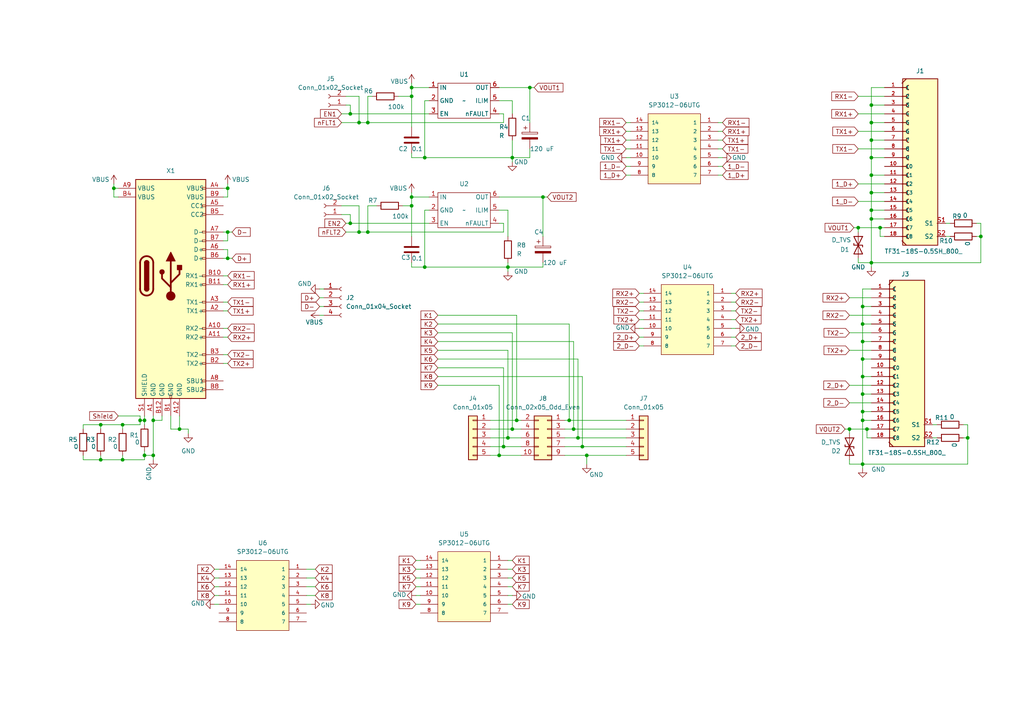
<source format=kicad_sch>
(kicad_sch (version 20231120) (generator "eeschema") (generator_version "8.0")
  (paper "A4")
  (junction (at 35.56 133.35))
  (junction (at 248.92 66.04))
  (junction (at 106.68 35.56))
  (junction (at 40.64 121.92))
  (junction (at 250.19 121.92))
  (junction (at 66.04 54.61))
  (junction (at 252.73 60.96))
  (junction (at 44.45 121.92))
  (junction (at 146.05 129.54))
  (junction (at 44.45 132.08))
  (junction (at 101.6 64.77))
  (junction (at 250.19 99.06))
  (junction (at 101.6 33.02))
  (junction (at 147.32 77.47))
  (junction (at 250.19 119.38))
  (junction (at 165.1 121.92))
  (junction (at 252.73 55.88))
  (junction (at 252.73 30.48))
  (junction (at 29.21 133.35))
  (junction (at 106.68 67.31))
  (junction (at 250.19 93.98))
  (junction (at 144.78 132.08))
  (junction (at 119.38 25.4))
  (junction (at 148.59 45.72))
  (junction (at 251.46 124.46))
  (junction (at 250.19 134.62))
  (junction (at 252.73 76.2))
  (junction (at 33.02 54.61))
  (junction (at 246.38 124.46))
  (junction (at 252.73 40.64))
  (junction (at 252.73 50.8))
  (junction (at 166.37 124.46))
  (junction (at 252.73 45.72))
  (junction (at 170.18 132.08))
  (junction (at 168.91 129.54))
  (junction (at 104.14 67.31))
  (junction (at 104.14 35.56))
  (junction (at 35.56 123.19))
  (junction (at 250.19 88.9))
  (junction (at 41.91 132.08))
  (junction (at 252.73 63.5))
  (junction (at 119.38 57.15))
  (junction (at 147.32 127))
  (junction (at 119.38 27.94))
  (junction (at 250.19 104.14))
  (junction (at 123.19 45.72))
  (junction (at 123.19 77.47))
  (junction (at 29.21 123.19))
  (junction (at 157.48 57.15))
  (junction (at 153.67 25.4))
  (junction (at 148.59 124.46))
  (junction (at 250.19 114.3))
  (junction (at 250.19 109.22))
  (junction (at 280.67 127))
  (junction (at 52.07 124.46))
  (junction (at 252.73 35.56))
  (junction (at 149.86 121.92))
  (junction (at 284.48 68.58))
  (junction (at 66.04 74.93))
  (junction (at 119.38 59.69))
  (junction (at 66.04 67.31))
  (junction (at 41.91 121.92))
  (junction (at 255.27 66.04))
  (junction (at 167.64 127))
  (wire (pts (xy 252.73 40.64) (xy 252.73 45.72)))
  (wire (pts (xy 248.92 66.04) (xy 255.27 66.04)))
  (wire (pts (xy 109.22 59.69) (xy 106.68 59.69)))
  (wire (pts (xy 279.4 127) (xy 280.67 127)))
  (wire (pts (xy 182.88 43.18) (xy 181.61 43.18)))
  (wire (pts (xy 250.19 119.38) (xy 250.19 121.92)))
  (wire (pts (xy 248.92 53.34) (xy 256.54 53.34)))
  (wire (pts (xy 252.73 30.48) (xy 252.73 35.56)))
  (wire (pts (xy 119.38 57.15) (xy 119.38 59.69)))
  (wire (pts (xy 46.99 120.65) (xy 46.99 121.92)))
  (wire (pts (xy 120.65 175.26) (xy 121.92 175.26)))
  (wire (pts (xy 252.73 76.2) (xy 252.73 77.47)))
  (wire (pts (xy 35.56 123.19) (xy 29.21 123.19)))
  (wire (pts (xy 163.83 132.08) (xy 170.18 132.08)))
  (wire (pts (xy 181.61 132.08) (xy 170.18 132.08)))
  (wire (pts (xy 181.61 129.54) (xy 168.91 129.54)))
  (wire (pts (xy 146.05 67.31) (xy 146.05 64.77)))
  (wire (pts (xy 250.19 134.62) (xy 250.19 135.89)))
  (wire (pts (xy 127 93.98) (xy 165.1 93.98)))
  (wire (pts (xy 119.38 57.15) (xy 124.46 57.15)))
  (wire (pts (xy 127 106.68) (xy 146.05 106.68)))
  (wire (pts (xy 67.31 74.93) (xy 66.04 74.93)))
  (wire (pts (xy 148.59 170.18) (xy 147.32 170.18)))
  (wire (pts (xy 66.04 80.01) (xy 64.77 80.01)))
  (wire (pts (xy 181.61 124.46) (xy 166.37 124.46)))
  (wire (pts (xy 252.73 55.88) (xy 252.73 60.96)))
  (wire (pts (xy 66.04 54.61) (xy 64.77 54.61)))
  (wire (pts (xy 148.59 165.1) (xy 147.32 165.1)))
  (wire (pts (xy 252.73 109.22) (xy 250.19 109.22)))
  (wire (pts (xy 256.54 60.96) (xy 252.73 60.96)))
  (wire (pts (xy 280.67 134.62) (xy 250.19 134.62)))
  (wire (pts (xy 92.71 91.44) (xy 93.98 91.44)))
  (wire (pts (xy 104.14 59.69) (xy 104.14 67.31)))
  (wire (pts (xy 246.38 86.36) (xy 252.73 86.36)))
  (wire (pts (xy 252.73 50.8) (xy 252.73 55.88)))
  (wire (pts (xy 248.92 67.31) (xy 248.92 66.04)))
  (wire (pts (xy 186.69 97.79) (xy 185.42 97.79)))
  (wire (pts (xy 146.05 106.68) (xy 146.05 129.54)))
  (wire (pts (xy 280.67 123.19) (xy 280.67 127)))
  (wire (pts (xy 123.19 77.47) (xy 147.32 77.47)))
  (wire (pts (xy 252.73 63.5) (xy 252.73 76.2)))
  (wire (pts (xy 99.06 62.23) (xy 101.6 62.23)))
  (wire (pts (xy 146.05 64.77) (xy 144.78 64.77)))
  (wire (pts (xy 99.06 59.69) (xy 104.14 59.69)))
  (wire (pts (xy 119.38 45.72) (xy 123.19 45.72)))
  (wire (pts (xy 64.77 57.15) (xy 66.04 57.15)))
  (wire (pts (xy 209.55 45.72) (xy 208.28 45.72)))
  (wire (pts (xy 66.04 97.79) (xy 64.77 97.79)))
  (wire (pts (xy 144.78 111.76) (xy 144.78 132.08)))
  (wire (pts (xy 147.32 77.47) (xy 147.32 78.74)))
  (wire (pts (xy 213.36 95.25) (xy 212.09 95.25)))
  (wire (pts (xy 252.73 40.64) (xy 256.54 40.64)))
  (wire (pts (xy 66.04 105.41) (xy 64.77 105.41)))
  (wire (pts (xy 248.92 27.94) (xy 256.54 27.94)))
  (wire (pts (xy 186.69 95.25) (xy 185.42 95.25)))
  (wire (pts (xy 123.19 45.72) (xy 148.59 45.72)))
  (wire (pts (xy 66.04 95.25) (xy 64.77 95.25)))
  (wire (pts (xy 181.61 127) (xy 167.64 127)))
  (wire (pts (xy 52.07 120.65) (xy 52.07 124.46)))
  (wire (pts (xy 252.73 99.06) (xy 250.19 99.06)))
  (wire (pts (xy 148.59 29.21) (xy 144.78 29.21)))
  (wire (pts (xy 127 104.14) (xy 167.64 104.14)))
  (wire (pts (xy 213.36 90.17) (xy 212.09 90.17)))
  (wire (pts (xy 251.46 124.46) (xy 252.73 124.46)))
  (wire (pts (xy 182.88 48.26) (xy 181.61 48.26)))
  (wire (pts (xy 119.38 77.47) (xy 123.19 77.47)))
  (wire (pts (xy 92.71 83.82) (xy 93.98 83.82)))
  (wire (pts (xy 248.92 38.1) (xy 256.54 38.1)))
  (wire (pts (xy 104.14 27.94) (xy 104.14 35.56)))
  (wire (pts (xy 66.04 53.34) (xy 66.04 54.61)))
  (wire (pts (xy 119.38 24.13) (xy 119.38 25.4)))
  (wire (pts (xy 99.06 35.56) (xy 104.14 35.56)))
  (wire (pts (xy 54.61 125.73) (xy 54.61 124.46)))
  (wire (pts (xy 148.59 172.72) (xy 147.32 172.72)))
  (wire (pts (xy 250.19 83.82) (xy 250.19 88.9)))
  (wire (pts (xy 33.02 54.61) (xy 33.02 57.15)))
  (wire (pts (xy 147.32 68.58) (xy 147.32 60.96)))
  (wire (pts (xy 252.73 25.4) (xy 252.73 30.48)))
  (wire (pts (xy 186.69 85.09) (xy 185.42 85.09)))
  (wire (pts (xy 107.95 27.94) (xy 106.68 27.94)))
  (wire (pts (xy 186.69 87.63) (xy 185.42 87.63)))
  (wire (pts (xy 163.83 127) (xy 167.64 127)))
  (wire (pts (xy 66.04 67.31) (xy 66.04 69.85)))
  (wire (pts (xy 146.05 129.54) (xy 151.13 129.54)))
  (wire (pts (xy 35.56 124.46) (xy 35.56 123.19)))
  (wire (pts (xy 255.27 66.04) (xy 256.54 66.04)))
  (wire (pts (xy 101.6 62.23) (xy 101.6 64.77)))
  (wire (pts (xy 256.54 68.58) (xy 255.27 68.58)))
  (wire (pts (xy 119.38 25.4) (xy 124.46 25.4)))
  (wire (pts (xy 24.13 123.19) (xy 29.21 123.19)))
  (wire (pts (xy 101.6 30.48) (xy 101.6 33.02)))
  (wire (pts (xy 157.48 57.15) (xy 157.48 68.58)))
  (wire (pts (xy 66.04 57.15) (xy 66.04 54.61)))
  (wire (pts (xy 283.21 68.58) (xy 284.48 68.58)))
  (wire (pts (xy 163.83 129.54) (xy 168.91 129.54)))
  (wire (pts (xy 127 101.6) (xy 147.32 101.6)))
  (wire (pts (xy 252.73 50.8) (xy 256.54 50.8)))
  (wire (pts (xy 148.59 96.52) (xy 148.59 124.46)))
  (wire (pts (xy 250.19 121.92) (xy 252.73 121.92)))
  (wire (pts (xy 92.71 86.36) (xy 93.98 86.36)))
  (wire (pts (xy 66.04 67.31) (xy 67.31 67.31)))
  (wire (pts (xy 250.19 104.14) (xy 250.19 109.22)))
  (wire (pts (xy 106.68 35.56) (xy 146.05 35.56)))
  (wire (pts (xy 119.38 45.72) (xy 119.38 44.45)))
  (wire (pts (xy 101.6 33.02) (xy 124.46 33.02)))
  (wire (pts (xy 120.65 165.1) (xy 121.92 165.1)))
  (wire (pts (xy 119.38 59.69) (xy 119.38 68.58)))
  (wire (pts (xy 274.32 68.58) (xy 275.59 68.58)))
  (wire (pts (xy 182.88 50.8) (xy 181.61 50.8)))
  (wire (pts (xy 246.38 116.84) (xy 252.73 116.84)))
  (wire (pts (xy 100.33 64.77) (xy 101.6 64.77)))
  (wire (pts (xy 248.92 33.02) (xy 256.54 33.02)))
  (wire (pts (xy 157.48 76.2) (xy 157.48 77.47)))
  (wire (pts (xy 92.71 88.9) (xy 93.98 88.9)))
  (wire (pts (xy 44.45 133.35) (xy 44.45 132.08)))
  (wire (pts (xy 44.45 132.08) (xy 44.45 121.92)))
  (wire (pts (xy 49.53 124.46) (xy 52.07 124.46)))
  (wire (pts (xy 186.69 100.33) (xy 185.42 100.33)))
  (wire (pts (xy 248.92 58.42) (xy 256.54 58.42)))
  (wire (pts (xy 252.73 35.56) (xy 252.73 40.64)))
  (wire (pts (xy 142.24 124.46) (xy 148.59 124.46)))
  (wire (pts (xy 246.38 125.73) (xy 246.38 124.46)))
  (wire (pts (xy 100.33 27.94) (xy 104.14 27.94)))
  (wire (pts (xy 120.65 167.64) (xy 121.92 167.64)))
  (wire (pts (xy 246.38 101.6) (xy 252.73 101.6)))
  (wire (pts (xy 104.14 67.31) (xy 106.68 67.31)))
  (wire (pts (xy 182.88 45.72) (xy 181.61 45.72)))
  (wire (pts (xy 44.45 121.92) (xy 46.99 121.92)))
  (wire (pts (xy 119.38 55.88) (xy 119.38 57.15)))
  (wire (pts (xy 209.55 38.1) (xy 208.28 38.1)))
  (wire (pts (xy 256.54 25.4) (xy 252.73 25.4)))
  (wire (pts (xy 62.23 167.64) (xy 63.5 167.64)))
  (wire (pts (xy 148.59 124.46) (xy 151.13 124.46)))
  (wire (pts (xy 209.55 43.18) (xy 208.28 43.18)))
  (wire (pts (xy 248.92 76.2) (xy 248.92 74.93)))
  (wire (pts (xy 127 99.06) (xy 166.37 99.06)))
  (wire (pts (xy 41.91 132.08) (xy 44.45 132.08)))
  (wire (pts (xy 153.67 25.4) (xy 154.94 25.4)))
  (wire (pts (xy 170.18 134.62) (xy 170.18 132.08)))
  (wire (pts (xy 90.17 175.26) (xy 88.9 175.26)))
  (wire (pts (xy 251.46 124.46) (xy 251.46 127)))
  (wire (pts (xy 246.38 124.46) (xy 251.46 124.46)))
  (wire (pts (xy 252.73 114.3) (xy 250.19 114.3)))
  (wire (pts (xy 142.24 129.54) (xy 146.05 129.54)))
  (wire (pts (xy 119.38 76.2) (xy 119.38 77.47)))
  (wire (pts (xy 250.19 109.22) (xy 250.19 114.3)))
  (wire (pts (xy 33.02 53.34) (xy 33.02 54.61)))
  (wire (pts (xy 91.44 172.72) (xy 88.9 172.72)))
  (wire (pts (xy 250.19 93.98) (xy 250.19 99.06)))
  (wire (pts (xy 41.91 120.65) (xy 41.91 121.92)))
  (wire (pts (xy 246.38 124.46) (xy 245.11 124.46)))
  (wire (pts (xy 34.29 120.65) (xy 40.64 120.65)))
  (wire (pts (xy 209.55 35.56) (xy 208.28 35.56)))
  (wire (pts (xy 144.78 132.08) (xy 151.13 132.08)))
  (wire (pts (xy 127 96.52) (xy 148.59 96.52)))
  (wire (pts (xy 248.92 66.04) (xy 247.65 66.04)))
  (wire (pts (xy 106.68 67.31) (xy 146.05 67.31)))
  (wire (pts (xy 24.13 132.08) (xy 24.13 133.35)))
  (wire (pts (xy 246.38 134.62) (xy 246.38 133.35)))
  (wire (pts (xy 120.65 162.56) (xy 121.92 162.56)))
  (wire (pts (xy 142.24 132.08) (xy 144.78 132.08)))
  (wire (pts (xy 101.6 64.77) (xy 124.46 64.77)))
  (wire (pts (xy 252.73 45.72) (xy 252.73 50.8)))
  (wire (pts (xy 284.48 68.58) (xy 284.48 76.2)))
  (wire (pts (xy 91.44 167.64) (xy 88.9 167.64)))
  (wire (pts (xy 148.59 45.72) (xy 153.67 45.72)))
  (wire (pts (xy 120.65 170.18) (xy 121.92 170.18)))
  (wire (pts (xy 104.14 35.56) (xy 106.68 35.56)))
  (wire (pts (xy 284.48 76.2) (xy 252.73 76.2)))
  (wire (pts (xy 116.84 59.69) (xy 119.38 59.69)))
  (wire (pts (xy 123.19 60.96) (xy 123.19 77.47)))
  (wire (pts (xy 35.56 123.19) (xy 40.64 123.19)))
  (wire (pts (xy 252.73 127) (xy 251.46 127)))
  (wire (pts (xy 35.56 132.08) (xy 35.56 133.35)))
  (wire (pts (xy 252.73 119.38) (xy 250.19 119.38)))
  (wire (pts (xy 168.91 109.22) (xy 168.91 129.54)))
  (wire (pts (xy 142.24 121.92) (xy 149.86 121.92)))
  (wire (pts (xy 40.64 123.19) (xy 40.64 121.92)))
  (wire (pts (xy 270.51 123.19) (xy 271.78 123.19)))
  (wire (pts (xy 147.32 77.47) (xy 157.48 77.47)))
  (wire (pts (xy 250.19 114.3) (xy 250.19 119.38)))
  (wire (pts (xy 186.69 90.17) (xy 185.42 90.17)))
  (wire (pts (xy 163.83 124.46) (xy 166.37 124.46)))
  (wire (pts (xy 256.54 55.88) (xy 252.73 55.88)))
  (wire (pts (xy 256.54 63.5) (xy 252.73 63.5)))
  (wire (pts (xy 246.38 134.62) (xy 250.19 134.62)))
  (wire (pts (xy 40.64 120.65) (xy 40.64 121.92)))
  (wire (pts (xy 66.04 72.39) (xy 66.04 74.93)))
  (wire (pts (xy 33.02 57.15) (xy 34.29 57.15)))
  (wire (pts (xy 250.19 121.92) (xy 250.19 134.62)))
  (wire (pts (xy 213.36 85.09) (xy 212.09 85.09)))
  (wire (pts (xy 148.59 175.26) (xy 147.32 175.26)))
  (wire (pts (xy 144.78 57.15) (xy 157.48 57.15)))
  (wire (pts (xy 163.83 121.92) (xy 165.1 121.92)))
  (wire (pts (xy 64.77 67.31) (xy 66.04 67.31)))
  (wire (pts (xy 153.67 25.4) (xy 153.67 35.56)))
  (wire (pts (xy 148.59 162.56) (xy 147.32 162.56)))
  (wire (pts (xy 66.04 74.93) (xy 64.77 74.93)))
  (wire (pts (xy 100.33 67.31) (xy 104.14 67.31)))
  (wire (pts (xy 41.91 130.81) (xy 41.91 132.08)))
  (wire (pts (xy 149.86 91.44) (xy 149.86 121.92)))
  (wire (pts (xy 246.38 96.52) (xy 252.73 96.52)))
  (wire (pts (xy 147.32 76.2) (xy 147.32 77.47)))
  (wire (pts (xy 66.04 87.63) (xy 64.77 87.63)))
  (wire (pts (xy 123.19 60.96) (xy 124.46 60.96)))
  (wire (pts (xy 213.36 97.79) (xy 212.09 97.79)))
  (wire (pts (xy 147.32 60.96) (xy 144.78 60.96)))
  (wire (pts (xy 213.36 100.33) (xy 212.09 100.33)))
  (wire (pts (xy 252.73 30.48) (xy 256.54 30.48)))
  (wire (pts (xy 24.13 124.46) (xy 24.13 123.19)))
  (wire (pts (xy 35.56 133.35) (xy 29.21 133.35)))
  (wire (pts (xy 213.36 92.71) (xy 212.09 92.71)))
  (wire (pts (xy 274.32 64.77) (xy 275.59 64.77)))
  (wire (pts (xy 148.59 33.02) (xy 148.59 29.21)))
  (wire (pts (xy 280.67 127) (xy 280.67 134.62)))
  (wire (pts (xy 252.73 93.98) (xy 250.19 93.98)))
  (wire (pts (xy 167.64 104.14) (xy 167.64 127)))
  (wire (pts (xy 62.23 175.26) (xy 63.5 175.26)))
  (wire (pts (xy 252.73 60.96) (xy 252.73 63.5)))
  (wire (pts (xy 148.59 167.64) (xy 147.32 167.64)))
  (wire (pts (xy 157.48 57.15) (xy 158.75 57.15)))
  (wire (pts (xy 248.92 76.2) (xy 252.73 76.2)))
  (wire (pts (xy 127 91.44) (xy 149.86 91.44)))
  (wire (pts (xy 35.56 133.35) (xy 41.91 133.35)))
  (wire (pts (xy 44.45 120.65) (xy 44.45 121.92)))
  (wire (pts (xy 181.61 121.92) (xy 165.1 121.92)))
  (wire (pts (xy 284.48 64.77) (xy 284.48 68.58)))
  (wire (pts (xy 148.59 45.72) (xy 148.59 46.99)))
  (wire (pts (xy 252.73 35.56) (xy 256.54 35.56)))
  (wire (pts (xy 181.61 38.1) (xy 182.88 38.1)))
  (wire (pts (xy 142.24 127) (xy 147.32 127)))
  (wire (pts (xy 62.23 172.72) (xy 63.5 172.72)))
  (wire (pts (xy 120.65 172.72) (xy 121.92 172.72)))
  (wire (pts (xy 66.04 90.17) (xy 64.77 90.17)))
  (wire (pts (xy 91.44 170.18) (xy 88.9 170.18)))
  (wire (pts (xy 64.77 72.39) (xy 66.04 72.39)))
  (wire (pts (xy 124.46 29.21) (xy 123.19 29.21)))
  (wire (pts (xy 123.19 29.21) (xy 123.19 45.72)))
  (wire (pts (xy 165.1 93.98) (xy 165.1 121.92)))
  (wire (pts (xy 29.21 123.19) (xy 29.21 124.46)))
  (wire (pts (xy 62.23 170.18) (xy 63.5 170.18)))
  (wire (pts (xy 127 111.76) (xy 144.78 111.76)))
  (wire (pts (xy 213.36 87.63) (xy 212.09 87.63)))
  (wire (pts (xy 252.73 45.72) (xy 256.54 45.72)))
  (wire (pts (xy 66.04 102.87) (xy 64.77 102.87)))
  (wire (pts (xy 246.38 111.76) (xy 252.73 111.76)))
  (wire (pts (xy 252.73 83.82) (xy 250.19 83.82)))
  (wire (pts (xy 100.33 30.48) (xy 101.6 30.48)))
  (wire (pts (xy 252.73 104.14) (xy 250.19 104.14)))
  (wire (pts (xy 119.38 25.4) (xy 119.38 27.94)))
  (wire (pts (xy 33.02 54.61) (xy 34.29 54.61)))
  (wire (pts (xy 144.78 25.4) (xy 153.67 25.4)))
  (wire (pts (xy 250.19 99.06) (xy 250.19 104.14)))
  (wire (pts (xy 66.04 82.55) (xy 64.77 82.55)))
  (wire (pts (xy 166.37 99.06) (xy 166.37 124.46)))
  (wire (pts (xy 41.91 132.08) (xy 41.91 133.35)))
  (wire (pts (xy 246.38 91.44) (xy 252.73 91.44)))
  (wire (pts (xy 146.05 33.02) (xy 144.78 33.02)))
  (wire (pts (xy 270.51 127) (xy 271.78 127)))
  (wire (pts (xy 181.61 35.56) (xy 182.88 35.56)))
  (wire (pts (xy 148.59 40.64) (xy 148.59 45.72)))
  (wire (pts (xy 91.44 165.1) (xy 88.9 165.1)))
  (wire (pts (xy 147.32 101.6) (xy 147.32 127)))
  (wire (pts (xy 24.13 133.35) (xy 29.21 133.35)))
  (wire (pts (xy 146.05 35.56) (xy 146.05 33.02)))
  (wire (pts (xy 149.86 121.92) (xy 151.13 121.92)))
  (wire (pts (xy 255.27 66.04) (xy 255.27 68.58)))
  (wire (pts (xy 29.21 132.08) (xy 29.21 133.35)))
  (wire (pts (xy 106.68 59.69) (xy 106.68 67.31)))
  (wire (pts (xy 252.73 88.9) (xy 250.19 88.9)))
  (wire (pts (xy 40.64 121.92) (xy 41.91 121.92)))
  (wire (pts (xy 209.55 48.26) (xy 208.28 48.26)))
  (wire (pts (xy 147.32 127) (xy 151.13 127)))
  (wire (pts (xy 52.07 124.46) (xy 54.61 124.46)))
  (wire (pts (xy 250.19 88.9) (xy 250.19 93.98)))
  (wire (pts (xy 49.53 120.65) (xy 49.53 124.46)))
  (wire (pts (xy 209.55 40.64) (xy 208.28 40.64)))
  (wire (pts (xy 182.88 40.64) (xy 181.61 40.64)))
  (wire (pts (xy 209.55 50.8) (xy 208.28 50.8)))
  (wire (pts (xy 62.23 165.1) (xy 63.5 165.1)))
  (wire (pts (xy 248.92 43.18) (xy 256.54 43.18)))
  (wire (pts (xy 106.68 27.94) (xy 106.68 35.56)))
  (wire (pts (xy 41.91 121.92) (xy 41.91 123.19)))
  (wire (pts (xy 186.69 92.71) (xy 185.42 92.71)))
  (wire (pts (xy 99.06 33.02) (xy 101.6 33.02)))
  (wire (pts (xy 127 109.22) (xy 168.91 109.22)))
  (wire (pts (xy 66.04 69.85) (xy 64.77 69.85)))
  (wire (pts (xy 153.67 43.18) (xy 153.67 45.72)))
  (wire (pts (xy 283.21 64.77) (xy 284.48 64.77)))
  (wire (pts (xy 115.57 27.94) (xy 119.38 27.94)))
  (wire (pts (xy 119.38 27.94) (xy 119.38 36.83)))
  (wire (pts (xy 279.4 123.19) (xy 280.67 123.19)))
  (global_label "TX2-" (shape input) (at 246.38 96.52 180) (property "Intersheetrefs" "${INTERSHEET_REFS}" (effects (hide yes))))
  (global_label "RX2+" (shape input) (at 66.04 97.79 0) (property "Intersheetrefs" "${INTERSHEET_REFS}" (effects (hide yes))))
  (global_label "VOUT2" (shape input) (at 245.11 124.46 180) (property "Intersheetrefs" "${INTERSHEET_REFS}" (effects (hide yes))))
  (global_label "TX1+" (shape input) (at 209.55 40.64 0) (property "Intersheetrefs" "${INTERSHEET_REFS}" (effects (hide yes))))
  (global_label "K4" (shape input) (at 127 99.06 180) (property "Intersheetrefs" "${INTERSHEET_REFS}" (effects (hide yes))))
  (global_label "K1" (shape input) (at 127 91.44 180) (property "Intersheetrefs" "${INTERSHEET_REFS}" (effects (hide yes))))
  (global_label "1_D+" (shape input) (at 209.55 50.8 0) (property "Intersheetrefs" "${INTERSHEET_REFS}" (effects (hide yes))))
  (global_label "RX1-" (shape input) (at 248.92 27.94 180) (property "Intersheetrefs" "${INTERSHEET_REFS}" (effects (hide yes))))
  (global_label "K6" (shape input) (at 62.23 170.18 180) (property "Intersheetrefs" "${INTERSHEET_REFS}" (effects (hide yes))))
  (global_label "K5" (shape input) (at 127 101.6 180) (property "Intersheetrefs" "${INTERSHEET_REFS}" (effects (hide yes))))
  (global_label "K3" (shape input) (at 120.65 165.1 180) (property "Intersheetrefs" "${INTERSHEET_REFS}" (effects (hide yes))))
  (global_label "RX1-" (shape input) (at 66.04 80.01 0) (property "Intersheetrefs" "${INTERSHEET_REFS}" (effects (hide yes))))
  (global_label "VOUT1" (shape input) (at 154.94 25.4 0) (property "Intersheetrefs" "${INTERSHEET_REFS}" (effects (hide yes))))
  (global_label "K5" (shape input) (at 148.59 167.64 0) (property "Intersheetrefs" "${INTERSHEET_REFS}" (effects (hide yes))))
  (global_label "K8" (shape input) (at 91.44 172.72 0) (property "Intersheetrefs" "${INTERSHEET_REFS}" (effects (hide yes))))
  (global_label "nFLT1" (shape input) (at 99.06 35.56 180) (property "Intersheetrefs" "${INTERSHEET_REFS}" (effects (hide yes))))
  (global_label "D+" (shape input) (at 92.71 86.36 180) (property "Intersheetrefs" "${INTERSHEET_REFS}" (effects (hide yes))))
  (global_label "RX1+" (shape input) (at 66.04 82.55 0) (property "Intersheetrefs" "${INTERSHEET_REFS}" (effects (hide yes))))
  (global_label "K3" (shape input) (at 127 96.52 180) (property "Intersheetrefs" "${INTERSHEET_REFS}" (effects (hide yes))))
  (global_label "D-" (shape input) (at 67.31 67.31 0) (property "Intersheetrefs" "${INTERSHEET_REFS}" (effects (hide yes))))
  (global_label "RX1+" (shape input) (at 181.61 38.1 180) (property "Intersheetrefs" "${INTERSHEET_REFS}" (effects (hide yes))))
  (global_label "K9" (shape input) (at 127 111.76 180) (property "Intersheetrefs" "${INTERSHEET_REFS}" (effects (hide yes))))
  (global_label "RX2-" (shape input) (at 213.36 87.63 0) (property "Intersheetrefs" "${INTERSHEET_REFS}" (effects (hide yes))))
  (global_label "1_D+" (shape input) (at 181.61 50.8 180) (property "Intersheetrefs" "${INTERSHEET_REFS}" (effects (hide yes))))
  (global_label "1_D-" (shape input) (at 248.92 58.42 180) (property "Intersheetrefs" "${INTERSHEET_REFS}" (effects (hide yes))))
  (global_label "RX2+" (shape input) (at 246.38 86.36 180) (property "Intersheetrefs" "${INTERSHEET_REFS}" (effects (hide yes))))
  (global_label "TX1-" (shape input) (at 181.61 43.18 180) (property "Intersheetrefs" "${INTERSHEET_REFS}" (effects (hide yes))))
  (global_label "K9" (shape input) (at 148.59 175.26 0) (property "Intersheetrefs" "${INTERSHEET_REFS}" (effects (hide yes))))
  (global_label "RX1+" (shape input) (at 209.55 38.1 0) (property "Intersheetrefs" "${INTERSHEET_REFS}" (effects (hide yes))))
  (global_label "K5" (shape input) (at 120.65 167.64 180) (property "Intersheetrefs" "${INTERSHEET_REFS}" (effects (hide yes))))
  (global_label "K3" (shape input) (at 148.59 165.1 0) (property "Intersheetrefs" "${INTERSHEET_REFS}" (effects (hide yes))))
  (global_label "K6" (shape input) (at 127 104.14 180) (property "Intersheetrefs" "${INTERSHEET_REFS}" (effects (hide yes))))
  (global_label "2_D+" (shape input) (at 185.42 97.79 180) (property "Intersheetrefs" "${INTERSHEET_REFS}" (effects (hide yes))))
  (global_label "RX2+" (shape input) (at 213.36 85.09 0) (property "Intersheetrefs" "${INTERSHEET_REFS}" (effects (hide yes))))
  (global_label "K7" (shape input) (at 120.65 170.18 180) (property "Intersheetrefs" "${INTERSHEET_REFS}" (effects (hide yes))))
  (global_label "K4" (shape input) (at 62.23 167.64 180) (property "Intersheetrefs" "${INTERSHEET_REFS}" (effects (hide yes))))
  (global_label "D+" (shape input) (at 67.31 74.93 0) (property "Intersheetrefs" "${INTERSHEET_REFS}" (effects (hide yes))))
  (global_label "EN2" (shape input) (at 100.33 64.77 180) (property "Intersheetrefs" "${INTERSHEET_REFS}" (effects (hide yes))))
  (global_label "RX2-" (shape input) (at 185.42 87.63 180) (property "Intersheetrefs" "${INTERSHEET_REFS}" (effects (hide yes))))
  (global_label "2_D-" (shape input) (at 246.38 116.84 180) (property "Intersheetrefs" "${INTERSHEET_REFS}" (effects (hide yes))))
  (global_label "TX2+" (shape input) (at 66.04 105.41 0) (property "Intersheetrefs" "${INTERSHEET_REFS}" (effects (hide yes))))
  (global_label "nFLT2" (shape input) (at 100.33 67.31 180) (property "Intersheetrefs" "${INTERSHEET_REFS}" (effects (hide yes))))
  (global_label "Shield" (shape input) (at 34.29 120.65 180) (property "Intersheetrefs" "${INTERSHEET_REFS}" (effects (hide yes))))
  (global_label "K1" (shape input) (at 120.65 162.56 180) (property "Intersheetrefs" "${INTERSHEET_REFS}" (effects (hide yes))))
  (global_label "TX2-" (shape input) (at 213.36 90.17 0) (property "Intersheetrefs" "${INTERSHEET_REFS}" (effects (hide yes))))
  (global_label "TX2+" (shape input) (at 213.36 92.71 0) (property "Intersheetrefs" "${INTERSHEET_REFS}" (effects (hide yes))))
  (global_label "VOUT2" (shape input) (at 158.75 57.15 0) (property "Intersheetrefs" "${INTERSHEET_REFS}" (effects (hide yes))))
  (global_label "VOUT1" (shape input) (at 247.65 66.04 180) (property "Intersheetrefs" "${INTERSHEET_REFS}" (effects (hide yes))))
  (global_label "RX1-" (shape input) (at 209.55 35.56 0) (property "Intersheetrefs" "${INTERSHEET_REFS}" (effects (hide yes))))
  (global_label "K4" (shape input) (at 91.44 167.64 0) (property "Intersheetrefs" "${INTERSHEET_REFS}" (effects (hide yes))))
  (global_label "TX1+" (shape input) (at 181.61 40.64 180) (property "Intersheetrefs" "${INTERSHEET_REFS}" (effects (hide yes))))
  (global_label "K6" (shape input) (at 91.44 170.18 0) (property "Intersheetrefs" "${INTERSHEET_REFS}" (effects (hide yes))))
  (global_label "TX1-" (shape input) (at 66.04 87.63 0) (property "Intersheetrefs" "${INTERSHEET_REFS}" (effects (hide yes))))
  (global_label "TX1-" (shape input) (at 209.55 43.18 0) (property "Intersheetrefs" "${INTERSHEET_REFS}" (effects (hide yes))))
  (global_label "K7" (shape input) (at 148.59 170.18 0) (property "Intersheetrefs" "${INTERSHEET_REFS}" (effects (hide yes))))
  (global_label "K8" (shape input) (at 127 109.22 180) (property "Intersheetrefs" "${INTERSHEET_REFS}" (effects (hide yes))))
  (global_label "K9" (shape input) (at 120.65 175.26 180) (property "Intersheetrefs" "${INTERSHEET_REFS}" (effects (hide yes))))
  (global_label "K2" (shape input) (at 62.23 165.1 180) (property "Intersheetrefs" "${INTERSHEET_REFS}" (effects (hide yes))))
  (global_label "K1" (shape input) (at 148.59 162.56 0) (property "Intersheetrefs" "${INTERSHEET_REFS}" (effects (hide yes))))
  (global_label "RX2-" (shape input) (at 66.04 95.25 0) (property "Intersheetrefs" "${INTERSHEET_REFS}" (effects (hide yes))))
  (global_label "K2" (shape input) (at 127 93.98 180) (property "Intersheetrefs" "${INTERSHEET_REFS}" (effects (hide yes))))
  (global_label "D-" (shape input) (at 92.71 88.9 180) (property "Intersheetrefs" "${INTERSHEET_REFS}" (effects (hide yes))))
  (global_label "2_D-" (shape input) (at 185.42 100.33 180) (property "Intersheetrefs" "${INTERSHEET_REFS}" (effects (hide yes))))
  (global_label "2_D+" (shape input) (at 213.36 97.79 0) (property "Intersheetrefs" "${INTERSHEET_REFS}" (effects (hide yes))))
  (global_label "EN1" (shape input) (at 99.06 33.02 180) (property "Intersheetrefs" "${INTERSHEET_REFS}" (effects (hide yes))))
  (global_label "TX2+" (shape input) (at 185.42 92.71 180) (property "Intersheetrefs" "${INTERSHEET_REFS}" (effects (hide yes))))
  (global_label "RX1-" (shape input) (at 181.61 35.56 180) (property "Intersheetrefs" "${INTERSHEET_REFS}" (effects (hide yes))))
  (global_label "1_D-" (shape input) (at 209.55 48.26 0) (property "Intersheetrefs" "${INTERSHEET_REFS}" (effects (hide yes))))
  (global_label "K8" (shape input) (at 62.23 172.72 180) (property "Intersheetrefs" "${INTERSHEET_REFS}" (effects (hide yes))))
  (global_label "1_D+" (shape input) (at 248.92 53.34 180) (property "Intersheetrefs" "${INTERSHEET_REFS}" (effects (hide yes))))
  (global_label "TX1+" (shape input) (at 66.04 90.17 0) (property "Intersheetrefs" "${INTERSHEET_REFS}" (effects (hide yes))))
  (global_label "K2" (shape input) (at 91.44 165.1 0) (property "Intersheetrefs" "${INTERSHEET_REFS}" (effects (hide yes))))
  (global_label "K7" (shape input) (at 127 106.68 180) (property "Intersheetrefs" "${INTERSHEET_REFS}" (effects (hide yes))))
  (global_label "TX1+" (shape input) (at 248.92 38.1 180) (property "Intersheetrefs" "${INTERSHEET_REFS}" (effects (hide yes))))
  (global_label "1_D-" (shape input) (at 181.61 48.26 180) (property "Intersheetrefs" "${INTERSHEET_REFS}" (effects (hide yes))))
  (global_label "2_D+" (shape input) (at 246.38 111.76 180) (property "Intersheetrefs" "${INTERSHEET_REFS}" (effects (hide yes))))
  (global_label "RX2+" (shape input) (at 185.42 85.09 180) (property "Intersheetrefs" "${INTERSHEET_REFS}" (effects (hide yes))))
  (global_label "TX2-" (shape input) (at 185.42 90.17 180) (property "Intersheetrefs" "${INTERSHEET_REFS}" (effects (hide yes))))
  (global_label "TX2+" (shape input) (at 246.38 101.6 180) (property "Intersheetrefs" "${INTERSHEET_REFS}" (effects (hide yes))))
  (global_label "TX2-" (shape input) (at 66.04 102.87 0) (property "Intersheetrefs" "${INTERSHEET_REFS}" (effects (hide yes))))
  (global_label "2_D-" (shape input) (at 213.36 100.33 0) (property "Intersheetrefs" "${INTERSHEET_REFS}" (effects (hide yes))))
  (global_label "RX2-" (shape input) (at 246.38 91.44 180) (property "Intersheetrefs" "${INTERSHEET_REFS}" (effects (hide yes))))
  (global_label "RX1+" (shape input) (at 248.92 33.02 180) (property "Intersheetrefs" "${INTERSHEET_REFS}" (effects (hide yes))))
  (global_label "TX1-" (shape input) (at 248.92 43.18 180) (property "Intersheetrefs" "${INTERSHEET_REFS}" (effects (hide yes))))
  (symbol (lib_id "power:GND") (at 120.65 172.72 270) (mirror x) (unit 1)
    (property "Reference" "#PWR017" (effects (hide yes)))
    (property "Value" "GND" (at 115.824 172.466 90))
  )
  (symbol (lib_id "swich emergent:tps2553") (at 134.62 60.96 0) (unit 1)
    (property "Reference" "U2" (at 134.62 53.34 0))
    (property "Value" "~" (at 134.62 60.96 0))
    (property "Footprint" "Package_TO_SOT_SMD:SOT-23-6_Handsoldering" (effects (hide yes)))
  )
  (symbol (lib_id "Device:R") (at 147.32 72.39 0) (unit 1)
    (property "Reference" "R8" (at 149.86 71.12 0) (effects (justify left)))
    (property "Value" "R" (at 149.86 73.66 0) (effects (justify left)))
    (property "Footprint" "Resistor_SMD:R_0402_1005Metric_Pad0.72x0.64mm_HandSolder" (effects (hide yes)))
  )
  (symbol (lib_id "Connector:Conn_01x04_Socket") (at 99.06 86.36 0) (unit 1)
    (property "Reference" "J2" (at 100.33 86.3599 0) (effects (justify left)))
    (property "Value" "Conn_01x04_Socket" (at 100.33 88.8999 0) (effects (justify left)))
    (property "Footprint" "Connector_PinSocket_2.54mm:PinSocket_1x04_P2.54mm_Vertical" (effects (hide yes)))
    (property "Description" "Generic connector, single row, 01x04, script generated" (effects (hide yes)))
  )
  (symbol (lib_name "TF31-18S-0.5SH_800__1") (lib_id "my8lib:TF31-18S-0.5SH_800_") (at 266.7 48.26 0) (mirror y) (unit 1)
    (property "Reference" "J1" (at 265.684 20.574 0) (effects (justify right)))
    (property "Value" "TF31-18S-0.5SH_800_" (at 256.54 72.898 0) (effects (justify right)))
    (property "Footprint" "my8lib:HRS_TF31-18S-0.5SH_800_" (effects (hide yes)))
    (property "MF" "Hirose Electric Co Ltd" (effects (hide yes)))
    (property "Description_1" "\n18 Position FFC, FPC Connector Contacts, Bottom 0.020 (0.50mm) Surface Mount, Right Angle\n" (effects (hide yes)))
    (property "Package" "None" (effects (hide yes)))
    (property "Price" "None" (effects (hide yes)))
    (property "Check_prices" "https://www.snapeda.com/parts/TF31-18S-0.5SH(800)/Hirose/view-part/?ref=eda" (effects (hide yes)))
    (property "SnapEDA_Link" "https://www.snapeda.com/parts/TF31-18S-0.5SH(800)/Hirose/view-part/?ref=snap" (effects (hide yes)))
    (property "MP" "TF31-18S-0.5SH(800)" (effects (hide yes)))
    (property "Purchase-URL" "https://www.snapeda.com/api/url_track_click_mouser/?unipart_id=4877396&manufacturer=Hirose Electric Co Ltd&part_name=TF31-18S-0.5SH(800)&search_term=None" (effects (hide yes)))
    (property "Availability" "In Stock" (effects (hide yes)))
    (property "MANUFACTURER" "HRS" (effects (hide yes)))
  )
  (symbol (lib_id "Device:R") (at 275.59 123.19 90) (unit 1)
    (property "Reference" "R11" (at 275.082 121.158 90) (effects (justify left)))
    (property "Value" "0" (at 276.86 120.904 90) (effects (justify left)))
    (property "Footprint" "Resistor_SMD:R_0201_0603Metric_Pad0.64x0.40mm_HandSolder" (effects (hide yes)))
    (property "Description" "Resistor" (effects (hide yes)))
  )
  (symbol (lib_id "power:VBUS") (at 66.04 53.34 0) (mirror y) (unit 1)
    (property "Reference" "#PWR015" (effects (hide yes)))
    (property "Value" "VBUS" (at 69.85 52.07 0))
  )
  (symbol (lib_id "power:VBUS") (at 92.71 91.44 90) (mirror x) (unit 1)
    (property "Reference" "#PWR022" (effects (hide yes)))
    (property "Value" "VBUS" (at 91.186 93.472 90))
  )
  (symbol (lib_id "Device:D_TVS") (at 248.92 71.12 270) (unit 1)
    (property "Reference" "D1" (at 246.38 72.39 90) (effects (justify right)))
    (property "Value" "D_TVS" (at 246.888 69.596 90) (effects (justify right)))
    (property "Footprint" "Diode_SMD:D_SOD-523" (effects (hide yes)))
  )
  (symbol (lib_id "power:GND") (at 185.42 95.25 270) (mirror x) (unit 1)
    (property "Reference" "#PWR014" (effects (hide yes)))
    (property "Value" "GND" (at 180.594 94.996 90))
  )
  (symbol (lib_id "power:GND") (at 148.59 172.72 90) (mirror x) (unit 1)
    (property "Reference" "#PWR018" (effects (hide yes)))
    (property "Value" "GND" (at 153.416 172.974 90))
  )
  (symbol (lib_id "power:GND") (at 148.59 46.99 0) (unit 1)
    (property "Reference" "#PWR07" (effects (hide yes)))
    (property "Value" "GND" (at 151.13 46.99 0))
  )
  (symbol (lib_id "myLib8:SP3012-06UTG") (at 195.58 43.18 0) (mirror y) (unit 1)
    (property "Reference" "U3" (at 195.58 27.94 0))
    (property "Value" "SP3012-06UTG" (at 195.58 30.48 0))
    (property "Footprint" "myLib8:DFN-14_1.35x3.5mm_P0.5mm" (effects (hide yes)))
    (property "B_NOM" "0.2" (effects (hide yes)))
    (property "D_MAX" "3.6" (effects (hide yes)))
    (property "A_MAX" "0.55" (effects (hide yes)))
    (property "B_MIN" "0.15" (effects (hide yes)))
    (property "Check_prices" "https://www.snapeda.com/parts/SP3012-06UTG/Ersa/view-part/?ref=eda" (effects (hide yes)))
    (property "B_MAX" "0.25" (effects (hide yes)))
    (property "Description_1" "\nESD Suppressor Diode Array Uni-Dir 5V Automotive 14-Pin UDFN T/R\n" (effects (hide yes)))
    (property "Price" "None" (effects (hide yes)))
    (property "ENOM" "0.5" (effects (hide yes)))
    (property "D_NOM" "3.5" (effects (hide yes)))
    (property "L_MAX" "0.35" (effects (hide yes)))
    (property "Package" "None" (effects (hide yes)))
    (property "E2_NOM" "0.0" (effects (hide yes)))
    (property "D2_NOM" "0.0" (effects (hide yes)))
    (property "PARTREV" "02/23/17" (effects (hide yes)))
    (property "SnapEDA_Link" "https://www.snapeda.com/parts/SP3012-06UTG/Ersa/view-part/?ref=snap" (effects (hide yes)))
    (property "E_NOM" "1.35" (effects (hide yes)))
    (property "STANDARD" "IPC 7351B" (effects (hide yes)))
    (property "PIN_COUNT" "14.0" (effects (hide yes)))
    (property "L_NOM" "0.3" (effects (hide yes)))
    (property "MANUFACTURER" "Littelfuse" (effects (hide yes)))
    (property "MF" "Littelfuse" (effects (hide yes)))
    (property "MAXIMUM_PACKAGE_HEIGHT" "0.55mm" (effects (hide yes)))
    (property "E_MIN" "1.25" (effects (hide yes)))
    (property "D_MIN" "3.4" (effects (hide yes)))
    (property "MP" "SP3012-06UTG" (effects (hide yes)))
    (property "L_MIN" "0.25" (effects (hide yes)))
    (property "Availability" "In Stock" (effects (hide yes)))
    (property "E_MAX" "1.45" (effects (hide yes)))
  )
  (symbol (lib_id "power:GND") (at 252.73 77.47 0) (mirror y) (unit 1)
    (property "Reference" "#PWR01" (effects (hide yes)))
    (property "Value" "GND" (at 248.92 77.47 0))
  )
  (symbol (lib_id "Connector_Generic:Conn_01x05") (at 186.69 127 0) (unit 1)
    (property "Reference" "J7" (at 186.69 115.57 0))
    (property "Value" "Conn_01x05" (at 186.69 118.11 0))
    (property "Footprint" "Connector_PinHeader_1.27mm:PinHeader_1x05_P1.27mm_Vertical" (effects (hide yes)))
    (property "Description" "Generic connector, single row, 01x05, script generated (kicad-library-utils/schlib/autogen/connector/)" (effects (hide yes)))
  )
  (symbol (lib_id "Connector_Generic:Conn_01x05") (at 137.16 127 0) (mirror y) (unit 1)
    (property "Reference" "J4" (at 137.16 115.57 0))
    (property "Value" "Conn_01x05" (at 137.16 118.11 0))
    (property "Footprint" "Connector_PinHeader_1.27mm:PinHeader_1x05_P1.27mm_Vertical" (effects (hide yes)))
    (property "Description" "Generic connector, single row, 01x05, script generated (kicad-library-utils/schlib/autogen/connector/)" (effects (hide yes)))
  )
  (symbol (lib_id "Device:C_Polarized") (at 157.48 72.39 0) (unit 1)
    (property "Reference" "C4" (at 154.94 67.31 0) (effects (justify left)))
    (property "Value" "120 uF" (at 157.48 76.2 0) (effects (justify left)))
    (property "Footprint" "Capacitor_THT:CP_Radial_D5.0mm_P2.00mm" (effects (hide yes)))
  )
  (symbol (lib_id "myLib8:SP3012-06UTG") (at 134.62 170.18 0) (mirror y) (unit 1)
    (property "Reference" "U5" (at 134.62 154.94 0))
    (property "Value" "SP3012-06UTG" (at 134.62 157.48 0))
    (property "Footprint" "myLib8:DFN-14_1.35x3.5mm_P0.5mm" (effects (hide yes)))
    (property "B_NOM" "0.2" (effects (hide yes)))
    (property "D_MAX" "3.6" (effects (hide yes)))
    (property "A_MAX" "0.55" (effects (hide yes)))
    (property "B_MIN" "0.15" (effects (hide yes)))
    (property "Check_prices" "https://www.snapeda.com/parts/SP3012-06UTG/Ersa/view-part/?ref=eda" (effects (hide yes)))
    (property "B_MAX" "0.25" (effects (hide yes)))
    (property "Description_1" "\nESD Suppressor Diode Array Uni-Dir 5V Automotive 14-Pin UDFN T/R\n" (effects (hide yes)))
    (property "Price" "None" (effects (hide yes)))
    (property "ENOM" "0.5" (effects (hide yes)))
    (property "D_NOM" "3.5" (effects (hide yes)))
    (property "L_MAX" "0.35" (effects (hide yes)))
    (property "Package" "None" (effects (hide yes)))
    (property "E2_NOM" "0.0" (effects (hide yes)))
    (property "D2_NOM" "0.0" (effects (hide yes)))
    (property "PARTREV" "02/23/17" (effects (hide yes)))
    (property "SnapEDA_Link" "https://www.snapeda.com/parts/SP3012-06UTG/Ersa/view-part/?ref=snap" (effects (hide yes)))
    (property "E_NOM" "1.35" (effects (hide yes)))
    (property "STANDARD" "IPC 7351B" (effects (hide yes)))
    (property "PIN_COUNT" "14.0" (effects (hide yes)))
    (property "L_NOM" "0.3" (effects (hide yes)))
    (property "MANUFACTURER" "Littelfuse" (effects (hide yes)))
    (property "MF" "Littelfuse" (effects (hide yes)))
    (property "MAXIMUM_PACKAGE_HEIGHT" "0.55mm" (effects (hide yes)))
    (property "E_MIN" "1.25" (effects (hide yes)))
    (property "D_MIN" "3.4" (effects (hide yes)))
    (property "MP" "SP3012-06UTG" (effects (hide yes)))
    (property "L_MIN" "0.25" (effects (hide yes)))
    (property "Availability" "In Stock" (effects (hide yes)))
    (property "E_MAX" "1.45" (effects (hide yes)))
  )
  (symbol (lib_id "power:GND") (at 44.45 133.35 0) (unit 1)
    (property "Reference" "#PWR021" (effects (hide yes)))
    (property "Value" "GND" (at 43.18 137.414 90))
  )
  (symbol (lib_id "power:GND") (at 147.32 78.74 0) (unit 1)
    (property "Reference" "#PWR010" (effects (hide yes)))
    (property "Value" "GND" (at 151.13 78.74 0))
  )
  (symbol (lib_id "power:GND") (at 54.61 125.73 0) (unit 1)
    (property "Reference" "#PWR020" (effects (hide yes)))
    (property "Value" "GND" (at 54.61 130.81 0))
  )
  (symbol (lib_id "power:GND") (at 92.71 83.82 270) (unit 1)
    (property "Reference" "#PWR019" (effects (hide yes)))
    (property "Value" "GND" (at 90.424 82.296 90) (effects (justify right)))
  )
  (symbol (lib_id "power:VBUS") (at 33.02 53.34 0) (unit 1)
    (property "Reference" "#PWR016" (effects (hide yes)))
    (property "Value" "VBUS" (at 29.21 52.07 0))
  )
  (symbol (lib_id "Device:R") (at 113.03 59.69 90) (unit 1)
    (property "Reference" "R7" (at 109.474 58.166 90) (effects (justify left)))
    (property "Value" "100k" (at 118.618 62.738 90) (effects (justify left)))
    (property "Footprint" "Resistor_SMD:R_0402_1005Metric_Pad0.72x0.64mm_HandSolder" (effects (hide yes)))
    (property "Description" "Resistor" (effects (hide yes)))
  )
  (symbol (lib_id "Device:R") (at 148.59 36.83 0) (unit 1)
    (property "Reference" "R4" (at 144.78 36.83 0) (effects (justify left)))
    (property "Value" "R" (at 144.78 39.37 0) (effects (justify left)))
    (property "Footprint" "Resistor_SMD:R_0402_1005Metric_Pad0.72x0.64mm_HandSolder" (effects (hide yes)))
  )
  (symbol (lib_id "Device:C_Polarized") (at 153.67 39.37 0) (unit 1)
    (property "Reference" "C1" (at 151.13 34.29 0) (effects (justify left)))
    (property "Value" "120 uF" (at 153.67 43.18 0) (effects (justify left)))
    (property "Footprint" "Capacitor_THT:CP_Radial_D5.0mm_P2.00mm" (effects (hide yes)))
  )
  (symbol (lib_id "Device:R") (at 24.13 128.27 0) (unit 1)
    (property "Reference" "R5" (at 19.812 127.508 0) (effects (justify left)))
    (property "Value" "0" (at 21.336 129.54 0) (effects (justify left)))
    (property "Footprint" "Resistor_SMD:R_0201_0603Metric_Pad0.64x0.40mm_HandSolder" (effects (hide yes)))
    (property "Description" "Resistor" (effects (hide yes)))
  )
  (symbol (lib_id "power:VBUS") (at 119.38 55.88 0) (unit 1)
    (property "Reference" "#PWR08" (effects (hide yes)))
    (property "Value" "VBUS" (at 115.57 54.61 0))
  )
  (symbol (lib_id "myLib8:SP3012-06UTG") (at 76.2 172.72 0) (mirror y) (unit 1)
    (property "Reference" "U6" (at 76.2 157.48 0))
    (property "Value" "SP3012-06UTG" (at 76.2 160.02 0))
    (property "Footprint" "myLib8:DFN-14_1.35x3.5mm_P0.5mm" (effects (hide yes)))
    (property "B_NOM" "0.2" (effects (hide yes)))
    (property "D_MAX" "3.6" (effects (hide yes)))
    (property "A_MAX" "0.55" (effects (hide yes)))
    (property "B_MIN" "0.15" (effects (hide yes)))
    (property "Check_prices" "https://www.snapeda.com/parts/SP3012-06UTG/Ersa/view-part/?ref=eda" (effects (hide yes)))
    (property "B_MAX" "0.25" (effects (hide yes)))
    (property "Description_1" "\nESD Suppressor Diode Array Uni-Dir 5V Automotive 14-Pin UDFN T/R\n" (effects (hide yes)))
    (property "Price" "None" (effects (hide yes)))
    (property "ENOM" "0.5" (effects (hide yes)))
    (property "D_NOM" "3.5" (effects (hide yes)))
    (property "L_MAX" "0.35" (effects (hide yes)))
    (property "Package" "None" (effects (hide yes)))
    (property "E2_NOM" "0.0" (effects (hide yes)))
    (property "D2_NOM" "0.0" (effects (hide yes)))
    (property "PARTREV" "02/23/17" (effects (hide yes)))
    (property "SnapEDA_Link" "https://www.snapeda.com/parts/SP3012-06UTG/Ersa/view-part/?ref=snap" (effects (hide yes)))
    (property "E_NOM" "1.35" (effects (hide yes)))
    (property "STANDARD" "IPC 7351B" (effects (hide yes)))
    (property "PIN_COUNT" "14.0" (effects (hide yes)))
    (property "L_NOM" "0.3" (effects (hide yes)))
    (property "MANUFACTURER" "Littelfuse" (effects (hide yes)))
    (property "MF" "Littelfuse" (effects (hide yes)))
    (property "MAXIMUM_PACKAGE_HEIGHT" "0.55mm" (effects (hide yes)))
    (property "E_MIN" "1.25" (effects (hide yes)))
    (property "D_MIN" "3.4" (effects (hide yes)))
    (property "MP" "SP3012-06UTG" (effects (hide yes)))
    (property "L_MIN" "0.25" (effects (hide yes)))
    (property "Availability" "In Stock" (effects (hide yes)))
    (property "E_MAX" "1.45" (effects (hide yes)))
  )
  (symbol (lib_id "Connector_Generic:Conn_02x05_Odd_Even") (at 158.75 127 0) (mirror y) (unit 1)
    (property "Reference" "J8" (at 157.48 115.57 0))
    (property "Value" "Conn_02x05_Odd_Even" (at 157.48 118.11 0))
    (property "Footprint" "myLib8:DS1020-04-10BVT1" (effects (hide yes)))
    (property "Description" "Generic connector, double row, 02x05, odd/even pin numbering scheme (row 1 odd numbers, row 2 even numbers), script generated (kicad-library-utils/schlib/autogen/connector/)" (effects (hide yes)))
  )
  (symbol (lib_id "Device:R") (at 29.21 128.27 0) (unit 1)
    (property "Reference" "R3" (at 24.892 127.508 0) (effects (justify left)))
    (property "Value" "0" (at 26.416 129.54 0) (effects (justify left)))
    (property "Footprint" "Resistor_SMD:R_0201_0603Metric_Pad0.64x0.40mm_HandSolder" (effects (hide yes)))
    (property "Description" "Resistor" (effects (hide yes)))
  )
  (symbol (lib_id "power:GND") (at 250.19 135.89 0) (unit 1)
    (property "Reference" "#PWR02" (effects (hide yes)))
    (property "Value" "GND" (at 254.762 136.144 0))
  )
  (symbol (lib_id "power:GND") (at 62.23 175.26 270) (mirror x) (unit 1)
    (property "Reference" "#PWR011" (effects (hide yes)))
    (property "Value" "GND" (at 57.404 175.006 90))
  )
  (symbol (lib_id "Device:D_TVS") (at 246.38 129.54 270) (unit 1)
    (property "Reference" "D2" (at 243.84 130.81 90) (effects (justify right)))
    (property "Value" "D_TVS" (at 243.84 128.27 90) (effects (justify right)))
    (property "Footprint" "Diode_SMD:D_SOD-523" (effects (hide yes)))
  )
  (symbol (lib_id "power:GND") (at 181.61 45.72 270) (mirror x) (unit 1)
    (property "Reference" "#PWR09" (effects (hide yes)))
    (property "Value" "GND" (at 176.276 45.72 90))
  )
  (symbol (lib_id "my8lib:TF31-18S-0.5SH_800_") (at 262.89 106.68 0) (mirror y) (unit 1)
    (property "Reference" "J3" (at 261.366 79.502 0) (effects (justify right)))
    (property "Value" "TF31-18S-0.5SH_800_" (at 251.714 131.318 0) (effects (justify right)))
    (property "Footprint" "my8lib:HRS_TF31-18S-0.5SH_800_" (effects (hide yes)))
    (property "MF" "Hirose Electric Co Ltd" (effects (hide yes)))
    (property "Description_1" "\n18 Position FFC, FPC Connector Contacts, Bottom 0.020 (0.50mm) Surface Mount, Right Angle\n" (effects (hide yes)))
    (property "Package" "None" (effects (hide yes)))
    (property "Price" "None" (effects (hide yes)))
    (property "Check_prices" "https://www.snapeda.com/parts/TF31-18S-0.5SH(800)/Hirose/view-part/?ref=eda" (effects (hide yes)))
    (property "SnapEDA_Link" "https://www.snapeda.com/parts/TF31-18S-0.5SH(800)/Hirose/view-part/?ref=snap" (effects (hide yes)))
    (property "MP" "TF31-18S-0.5SH(800)" (effects (hide yes)))
    (property "Purchase-URL" "https://www.snapeda.com/api/url_track_click_mouser/?unipart_id=4877396&manufacturer=Hirose Electric Co Ltd&part_name=TF31-18S-0.5SH(800)&search_term=None" (effects (hide yes)))
    (property "Availability" "In Stock" (effects (hide yes)))
    (property "MANUFACTURER" "HRS" (effects (hide yes)))
  )
  (symbol (lib_id "Device:R") (at 275.59 127 90) (unit 1)
    (property "Reference" "R12" (at 272.542 128.27 90) (effects (justify left)))
    (property "Value" "0" (at 276.86 129.794 0) (effects (justify left)))
    (property "Footprint" "Resistor_SMD:R_0201_0603Metric_Pad0.64x0.40mm_HandSolder" (effects (hide yes)))
    (property "Description" "Resistor" (effects (hide yes)))
  )
  (symbol (lib_id "Device:R") (at 279.4 68.58 90) (unit 1)
    (property "Reference" "R10" (at 276.352 69.85 90) (effects (justify left)))
    (property "Value" "0" (at 280.67 71.374 0) (effects (justify left)))
    (property "Footprint" "Resistor_SMD:R_0201_0603Metric_Pad0.64x0.40mm_HandSolder" (effects (hide yes)))
    (property "Description" "Resistor" (effects (hide yes)))
  )
  (symbol (lib_id "Connector:Conn_01x02_Socket") (at 93.98 62.23 180) (unit 1)
    (property "Reference" "J6" (at 94.615 54.61 0))
    (property "Value" "Conn_01x02_Socket" (at 94.615 57.15 0))
    (property "Footprint" "Connector_PinHeader_1.27mm:PinHeader_1x02_P1.27mm_Vertical" (effects (hide yes)))
    (property "Description" "Generic connector, single row, 01x02, script generated" (effects (hide yes)))
  )
  (symbol (lib_id "Device:R") (at 111.76 27.94 90) (unit 1)
    (property "Reference" "R6" (at 108.204 26.416 90) (effects (justify left)))
    (property "Value" "100k" (at 117.348 30.988 90) (effects (justify left)))
    (property "Footprint" "Resistor_SMD:R_0402_1005Metric_Pad0.72x0.64mm_HandSolder" (effects (hide yes)))
    (property "Description" "Resistor" (effects (hide yes)))
  )
  (symbol (lib_id "Device:C") (at 119.38 72.39 0) (unit 1)
    (property "Reference" "C3" (at 116.332 74.676 0) (effects (justify left)))
    (property "Value" "0.1" (at 119.38 74.93 0) (effects (justify left)))
    (property "Footprint" "Capacitor_SMD:C_0402_1005Metric_Pad0.74x0.62mm_HandSolder" (effects (hide yes)))
  )
  (symbol (lib_id "Connector:Conn_01x02_Socket") (at 95.25 30.48 180) (unit 1)
    (property "Reference" "J5" (at 95.885 22.86 0))
    (property "Value" "Conn_01x02_Socket" (at 95.885 25.4 0))
    (property "Footprint" "Connector_PinHeader_1.27mm:PinHeader_1x02_P1.27mm_Vertical" (effects (hide yes)))
    (property "Description" "Generic connector, single row, 01x02, script generated" (effects (hide yes)))
  )
  (symbol (lib_id "myLib8:SP3012-06UTG") (at 199.39 92.71 0) (mirror y) (unit 1)
    (property "Reference" "U4" (at 199.39 77.47 0))
    (property "Value" "SP3012-06UTG" (at 199.39 80.01 0))
    (property "Footprint" "myLib8:DFN-14_1.35x3.5mm_P0.5mm" (effects (hide yes)))
    (property "B_NOM" "0.2" (effects (hide yes)))
    (property "D_MAX" "3.6" (effects (hide yes)))
    (property "A_MAX" "0.55" (effects (hide yes)))
    (property "B_MIN" "0.15" (effects (hide yes)))
    (property "Check_prices" "https://www.snapeda.com/parts/SP3012-06UTG/Ersa/view-part/?ref=eda" (effects (hide yes)))
    (property "B_MAX" "0.25" (effects (hide yes)))
    (property "Description_1" "\nESD Suppressor Diode Array Uni-Dir 5V Automotive 14-Pin UDFN T/R\n" (effects (hide yes)))
    (property "Price" "None" (effects (hide yes)))
    (property "ENOM" "0.5" (effects (hide yes)))
    (property "D_NOM" "3.5" (effects (hide yes)))
    (property "L_MAX" "0.35" (effects (hide yes)))
    (property "Package" "None" (effects (hide yes)))
    (property "E2_NOM" "0.0" (effects (hide yes)))
    (property "D2_NOM" "0.0" (effects (hide yes)))
    (property "PARTREV" "02/23/17" (effects (hide yes)))
    (property "SnapEDA_Link" "https://www.snapeda.com/parts/SP3012-06UTG/Ersa/view-part/?ref=snap" (effects (hide yes)))
    (property "E_NOM" "1.35" (effects (hide yes)))
    (property "STANDARD" "IPC 7351B" (effects (hide yes)))
    (property "PIN_COUNT" "14.0" (effects (hide yes)))
    (property "L_NOM" "0.3" (effects (hide yes)))
    (property "MANUFACTURER" "Littelfuse" (effects (hide yes)))
    (property "MF" "Littelfuse" (effects (hide yes)))
    (property "MAXIMUM_PACKAGE_HEIGHT" "0.55mm" (effects (hide yes)))
    (property "E_MIN" "1.25" (effects (hide yes)))
    (property "D_MIN" "3.4" (effects (hide yes)))
    (property "MP" "SP3012-06UTG" (effects (hide yes)))
    (property "L_MIN" "0.25" (effects (hide yes)))
    (property "Availability" "In Stock" (effects (hide yes)))
    (property "E_MAX" "1.45" (effects (hide yes)))
  )
  (symbol (lib_id "power:GND") (at 170.18 134.62 0) (unit 1)
    (property "Reference" "#PWR024" (effects (hide yes)))
    (property "Value" "GND" (at 172.974 137.668 0))
  )
  (symbol (lib_id "Device:R") (at 41.91 127 0) (unit 1)
    (property "Reference" "R1" (at 37.592 126.238 0) (effects (justify left)))
    (property "Value" "0" (at 39.116 128.27 0) (effects (justify left)))
    (property "Footprint" "Resistor_SMD:R_0201_0603Metric_Pad0.64x0.40mm_HandSolder" (effects (hide yes)))
    (property "Description" "Resistor" (effects (hide yes)))
  )
  (symbol (lib_id "power:VBUS") (at 119.38 24.13 0) (unit 1)
    (property "Reference" "#PWR03" (effects (hide yes)))
    (property "Value" "VBUS" (at 115.824 23.622 0))
  )
  (symbol (lib_id "Device:R") (at 279.4 64.77 90) (unit 1)
    (property "Reference" "R9" (at 278.892 62.738 90) (effects (justify left)))
    (property "Value" "0" (at 280.67 62.484 90) (effects (justify left)))
    (property "Footprint" "Resistor_SMD:R_0201_0603Metric_Pad0.64x0.40mm_HandSolder" (effects (hide yes)))
    (property "Description" "Resistor" (effects (hide yes)))
  )
  (symbol (lib_id "Device:C") (at 119.38 40.64 0) (unit 1)
    (property "Reference" "C2" (at 115.57 43.18 0) (effects (justify left)))
    (property "Value" "0.1" (at 119.38 43.18 0) (effects (justify left)))
    (property "Footprint" "Capacitor_SMD:C_0402_1005Metric_Pad0.74x0.62mm_HandSolder" (effects (hide yes)))
  )
  (symbol (lib_id "Device:R") (at 35.56 128.27 0) (unit 1)
    (property "Reference" "R2" (at 31.242 127.508 0) (effects (justify left)))
    (property "Value" "0" (at 32.766 129.54 0) (effects (justify left)))
    (property "Footprint" "Resistor_SMD:R_0201_0603Metric_Pad0.64x0.40mm_HandSolder" (effects (hide yes)))
    (property "Description" "Resistor" (effects (hide yes)))
  )
  (symbol (lib_id "power:GND") (at 90.17 175.26 90) (mirror x) (unit 1)
    (property "Reference" "#PWR012" (effects (hide yes)))
    (property "Value" "GND" (at 94.996 175.514 90))
  )
  (symbol (lib_id "power:GND") (at 213.36 95.25 90) (mirror x) (unit 1)
    (property "Reference" "#PWR013" (effects (hide yes)))
    (property "Value" "GND" (at 218.186 95.504 90))
  )
  (symbol (lib_id "Shield1:USB_C_24pins") (at 49.53 85.09 0) (unit 1)
    (property "Reference" "X1" (at 49.53 49.53 0))
    (property "Value" "USB_C_24pins" (effects (hide yes)))
    (property "Footprint" "Connector_USB:USB_C_Receptacle_JAE_DX07S024WJ3R400" (effects (hide yes)))
  )
  (symbol (lib_id "swich emergent:tps2553") (at 134.62 29.21 0) (unit 1)
    (property "Reference" "U1" (at 134.62 21.59 0))
    (property "Value" "~" (at 134.62 29.21 0))
    (property "Footprint" "Package_TO_SOT_SMD:SOT-23-6_Handsoldering" (effects (hide yes)))
  )
  (symbol (lib_id "power:GND") (at 209.55 45.72 90) (mirror x) (unit 1)
    (property "Reference" "#PWR06" (effects (hide yes)))
    (property "Value" "GND" (at 214.376 45.72 90))
  )
)
</source>
